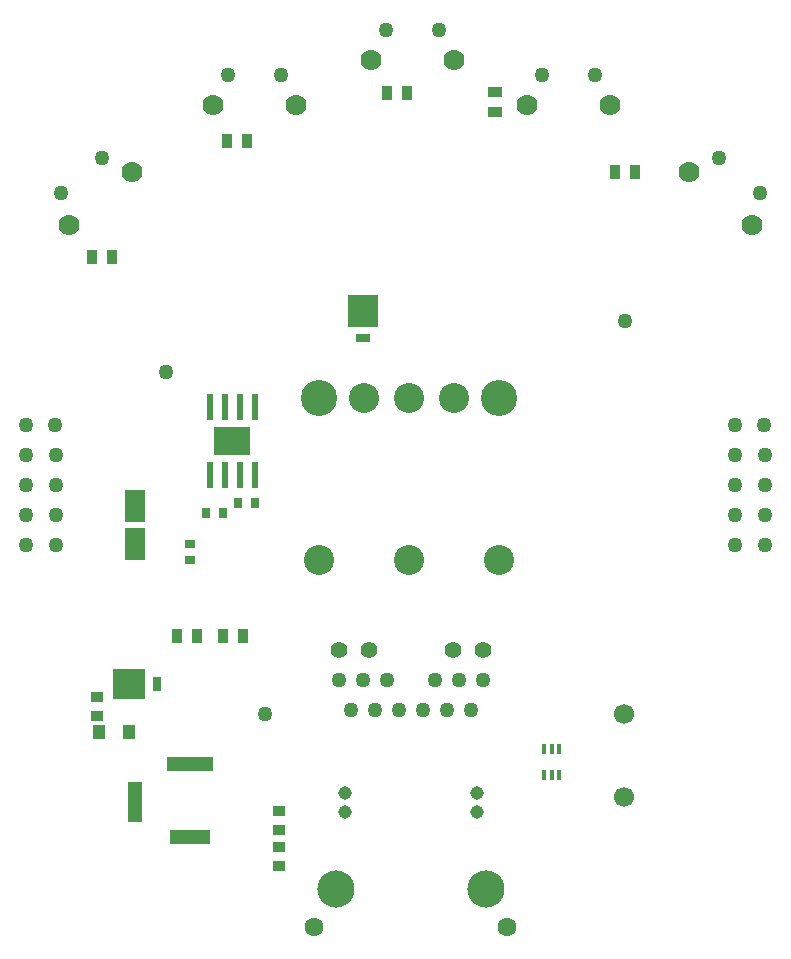
<source format=gbr>
%TF.GenerationSoftware,Altium Limited,Altium Designer,18.1.6 (161)*%
G04 Layer_Color=255*
%FSLAX26Y26*%
%MOIN*%
%TF.FileFunction,Pads,Top*%
%TF.Part,Single*%
G01*
G75*
%TA.AperFunction,SMDPad,CuDef*%
%ADD11R,0.039370X0.035433*%
%ADD12R,0.043307X0.049213*%
%ADD13R,0.015748X0.035433*%
%ADD14R,0.033465X0.051181*%
%ADD15R,0.066929X0.110236*%
%ADD16R,0.050000X0.030000*%
%ADD17R,0.100000X0.105000*%
%ADD18R,0.019685X0.086614*%
%ADD19R,0.122047X0.094488*%
%ADD20R,0.030000X0.050000*%
%ADD21R,0.105000X0.100000*%
%ADD22R,0.051181X0.033465*%
%ADD23R,0.027559X0.035433*%
%ADD24R,0.035433X0.027559*%
%TA.AperFunction,ComponentPad*%
%ADD27C,0.050000*%
%ADD28C,0.066929*%
%ADD29C,0.070000*%
%ADD30C,0.045000*%
%ADD31C,0.055000*%
%ADD32C,0.124000*%
%ADD33C,0.063000*%
%ADD34C,0.120000*%
%ADD35C,0.100000*%
%ADD36R,0.051181X0.137795*%
%ADD37R,0.137795X0.051181*%
%ADD38R,0.157480X0.051181*%
D11*
X2104291Y2378504D02*
D03*
Y2441496D02*
D03*
X2710000Y2061496D02*
D03*
Y1998504D02*
D03*
Y1941496D02*
D03*
Y1878504D02*
D03*
D12*
X2209213Y2325000D02*
D03*
X2110787D02*
D03*
D13*
X3645591Y2268307D02*
D03*
X3620000D02*
D03*
X3594410D02*
D03*
Y2181693D02*
D03*
X3620000D02*
D03*
X3645591D02*
D03*
D14*
X2590433Y2645000D02*
D03*
X2523504D02*
D03*
X2371535D02*
D03*
X2438465D02*
D03*
X2153465Y3910000D02*
D03*
X2086535D02*
D03*
X2603583Y4295000D02*
D03*
X2536653D02*
D03*
X3071535Y4455000D02*
D03*
X3138465D02*
D03*
X3898461Y4193175D02*
D03*
X3831532D02*
D03*
D15*
X2230000Y2951024D02*
D03*
Y3078976D02*
D03*
D16*
X2990000Y3637500D02*
D03*
D17*
Y3730000D02*
D03*
D18*
X2480000Y3181811D02*
D03*
X2530000D02*
D03*
X2580000D02*
D03*
X2630000D02*
D03*
Y3408189D02*
D03*
X2580000D02*
D03*
X2530000D02*
D03*
X2480000D02*
D03*
D19*
X2555000Y3295000D02*
D03*
D20*
X2302500Y2485000D02*
D03*
D21*
X2210000D02*
D03*
D22*
X3430000Y4458465D02*
D03*
Y4391535D02*
D03*
D23*
X2630118Y3090000D02*
D03*
X2575000D02*
D03*
X2522559Y3055000D02*
D03*
X2467441D02*
D03*
D24*
X2415000Y2952559D02*
D03*
Y2897441D02*
D03*
D27*
X2664997Y2385000D02*
D03*
X3864997Y3695000D02*
D03*
X2334997Y3525000D02*
D03*
X1984283Y4123060D02*
D03*
X2120000Y4236940D02*
D03*
X3230000Y2497000D02*
D03*
X3310000D02*
D03*
X3390000D02*
D03*
X3070000D02*
D03*
X2990000D02*
D03*
X2910000D02*
D03*
X2950000Y2397000D02*
D03*
X3030000D02*
D03*
X3110000D02*
D03*
X3190000D02*
D03*
X3270000D02*
D03*
X3350000D02*
D03*
X2718583Y4515000D02*
D03*
X2541417D02*
D03*
X3243189Y4665000D02*
D03*
X3066023D02*
D03*
X3763583Y4515000D02*
D03*
X3586417D02*
D03*
X4312858Y4123060D02*
D03*
X4177142Y4236940D02*
D03*
X4330709Y2949606D02*
D03*
Y3049606D02*
D03*
Y3149606D02*
D03*
Y3249606D02*
D03*
X4325709Y3349606D02*
D03*
X4230709D02*
D03*
Y3249606D02*
D03*
Y3149606D02*
D03*
Y3049606D02*
D03*
Y2949606D02*
D03*
X1968504D02*
D03*
Y3049606D02*
D03*
Y3149606D02*
D03*
Y3249606D02*
D03*
X1963504Y3349606D02*
D03*
X1868504D02*
D03*
Y3249606D02*
D03*
Y3149606D02*
D03*
Y3049606D02*
D03*
Y2949606D02*
D03*
D28*
X3859331Y2108504D02*
D03*
Y2384095D02*
D03*
D29*
X2009851Y4016029D02*
D03*
X2220965Y4193175D02*
D03*
X2767795Y4416575D02*
D03*
X2492205D02*
D03*
X3292401Y4566575D02*
D03*
X3016811D02*
D03*
X3812795Y4416575D02*
D03*
X3537205D02*
D03*
X4287291Y4016029D02*
D03*
X4076176Y4193175D02*
D03*
D30*
X2930000Y2121000D02*
D03*
X3370000D02*
D03*
X2930000Y2060000D02*
D03*
X3370000D02*
D03*
D31*
X2910000Y2597000D02*
D03*
X3010000D02*
D03*
X3290000D02*
D03*
X3390000D02*
D03*
D32*
X2900000Y1801000D02*
D03*
X3400000D02*
D03*
D33*
X2828000Y1676000D02*
D03*
X3472000D02*
D03*
D34*
X2845000Y3437000D02*
D03*
X3445000D02*
D03*
D35*
X2995000D02*
D03*
X3145000D02*
D03*
X3295000D02*
D03*
X2845000Y2900000D02*
D03*
X3145000D02*
D03*
X3445000D02*
D03*
D36*
X2229961Y2093110D02*
D03*
D37*
X2415000Y1975000D02*
D03*
D38*
Y2219095D02*
D03*
%TF.MD5,2873fa20b78a2d83f8c3a6fa157d99e8*%
M02*

</source>
